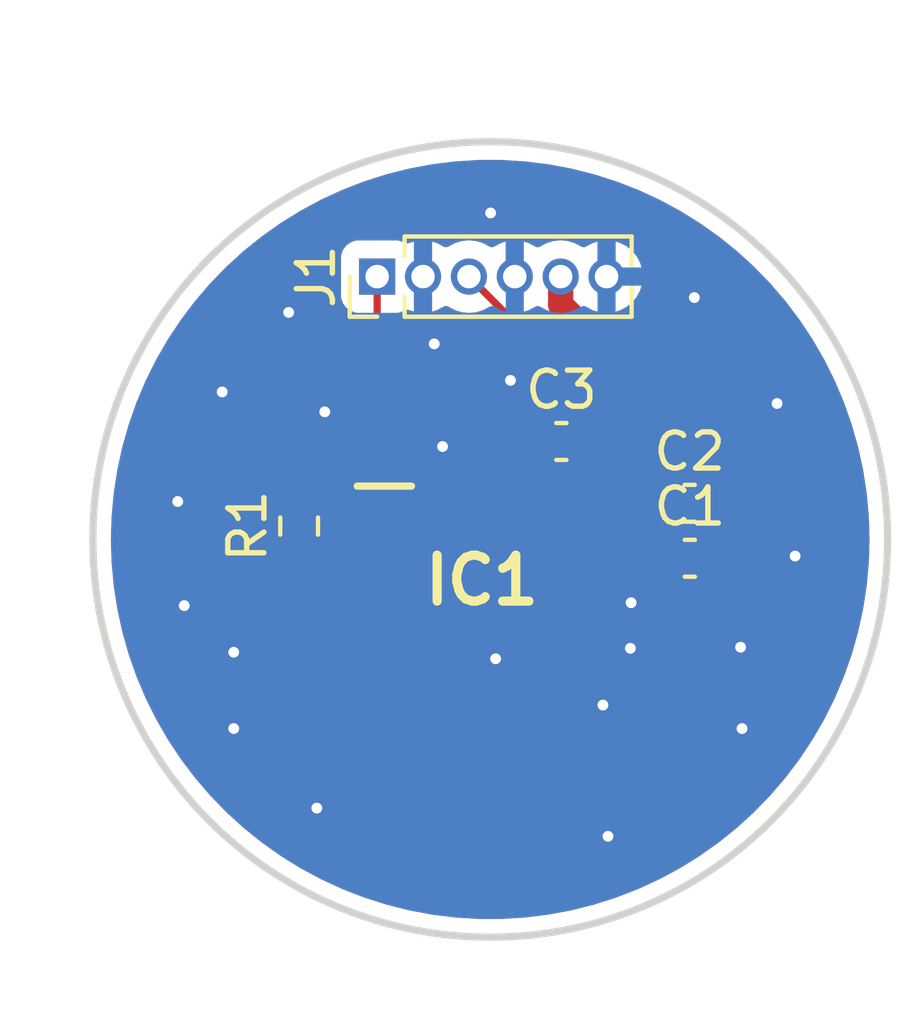
<source format=kicad_pcb>
(kicad_pcb (version 20240108) (generator "pcbnew") (generator_version "8.0")
  (layers (0 "F.Cu" signal) (31 "B.Cu" signal) (34 "B.Paste" user) (35 "F.Paste" user) (36 "B.SilkS" user "B.Silkscreen") (37 "F.SilkS" user "F.Silkscreen") (38 "B.Mask" user) (39 "F.Mask" user) (44 "Edge.Cuts" user))
  (net 0 "")
  (net 1 "+5VA")
  (net 2 "GND")
  (net 3 "EN1")
  (net 4 "/LDK")
  (net 5 "VCI")
  (net 7 "Net-(IC1-AGND1)")
  (footprint "Capacitor_SMD:C_0603_1608Metric" (layer "F.Cu") (at 139.695 62.48)
    (property "Reference" "C1" (at 0 -1.43 360) (layer "F.SilkS"))
    (property "Value" "1u")
    (fp_line (start -0.14058 -0.51) (end 0.14058 -0.51) (stroke (width 0.12)) (layer "F.SilkS"))
    (fp_line (start -0.14058 0.51) (end 0.14058 0.51) (stroke (width 0.12)) (layer "F.SilkS"))
    (pad "1" smd roundrect (at -0.775 0) (size 0.9 0.95) (layers "F.Cu" "F.Paste" "F.Mask") (net 1 "+5VA"))
    (pad "2" smd roundrect (at 0.775 0) (size 0.9 0.95) (layers "F.Cu" "F.Paste" "F.Mask") (net 2 "GND"))
  )
  (footprint "Connector_PinHeader_1.27mm:PinHeader_1x06_P1.27mm_Vertical" (layer "F.Cu") (at 131.04 54.69 90)
    (property "Reference" "J1" (at 0 -1.695 270) (layer "F.SilkS"))
    (property "Value" "Conn_01x06_Pin")
    (fp_line (start -1.11 -0.76) (end 0 -0.76) (stroke (width 0.12)) (layer "F.SilkS"))
    (fp_line (start -1.11 0) (end -1.11 -0.76) (stroke (width 0.12)) (layer "F.SilkS"))
    (fp_line (start 1.11 0.76) (end 1.11 7.045) (stroke (width 0.12)) (layer "F.SilkS"))
    (fp_line (start 0.563471 0.76) (end 1.11 0.76) (stroke (width 0.12)) (layer "F.SilkS"))
    (fp_line (start -1.11 0.76) (end -0.563471 0.76) (stroke (width 0.12)) (layer "F.SilkS"))
    (fp_line (start -1.11 0.76) (end -1.11 7.045) (stroke (width 0.12)) (layer "F.SilkS"))
    (fp_line (start 0.30753 7.045) (end 1.11 7.045) (stroke (width 0.12)) (layer "F.SilkS"))
    (fp_line (start -1.11 7.045) (end -0.30753 7.045) (stroke (width 0.12)) (layer "F.SilkS"))
    (pad "1" thru_hole rect (at 0 0 90) (size 1 1) (drill 0.65) (layers "*.Cu" "*.Mask") (net 3 "EN1"))
    (pad "2" thru_hole oval (at 0 1.27 90) (size 1 1) (drill 0.65) (layers "*.Cu" "*.Mask") (net 2 "GND"))
    (pad "3" thru_hole oval (at 0 2.54 90) (size 1 1) (drill 0.65) (layers "*.Cu" "*.Mask") (net 5 "VCI"))
    (pad "4" thru_hole oval (at 0 3.81 90) (size 1 1) (drill 0.65) (layers "*.Cu" "*.Mask") (net 2 "GND"))
    (pad "5" thru_hole oval (at 0 5.08 90) (size 1 1) (drill 0.65) (layers "*.Cu" "*.Mask") (net 1 "+5VA"))
    (pad "6" thru_hole oval (at 0 6.35 90) (size 1 1) (drill 0.65) (layers "*.Cu" "*.Mask") (net 2 "GND"))
  )
  (footprint "lib_fp:ams_belago1.1" (layer "F.Cu") (at 137.12 61.92)
    (property "Reference" "LD1" (hide yes))
    (property "Value" "D_Laser_1C2A" (hide yes))
    (fp_rect (start -1.995 5.54) (end -1.045 6.29) (fill solid) (layer "F.Cu"))
    (fp_rect (start -1.995 7.59) (end -1.045 8.34) (fill solid) (layer "F.Cu"))
    (fp_rect (start -1.66 5.04) (end -1.36 5.54) (fill solid) (layer "F.Cu"))
    (fp_rect (start -1.66 8.34) (end -1.36 8.84) (fill solid) (layer "F.Cu"))
    (pad "1" smd rect (at -4.66 6.91) (size 0.75 0.3) (layers "F.Cu" "F.Paste" "F.Mask") (net 4 "/LDK"))
    (pad "1" smd rect (at -3.27 6.94) (size 2.05 2.8) (layers "F.Cu" "F.Paste" "F.Mask") (net 4 "/LDK"))
    (pad "1" smd rect (at -3.265 5.285) (size 0.35 0.51) (layers "F.Cu" "F.Paste" "F.Mask") (net 4 "/LDK"))
    (pad "1" smd rect (at -3.25 8.59) (size 0.3 0.5) (layers "F.Cu" "F.Paste" "F.Mask") (net 4 "/LDK"))
    (pad "2" smd rect (at -1.52 6.94) (size 0.95 0.75) (layers "F.Cu" "F.Paste" "F.Mask") (net 1 "+5VA"))
    (pad "2" smd rect (at -0.79 6.935) (size 0.52 0.31) (layers "F.Cu" "F.Paste" "F.Mask") (net 1 "+5VA"))
  )
  (footprint "Capacitor_SMD:C_0603_1608Metric" (layer "F.Cu") (at 136.14 59.25)
    (property "Reference" "C3" (at 0 -1.43 0) (layer "F.SilkS"))
    (property "Value" "100n")
    (fp_line (start -0.14058 -0.51) (end 0.14058 -0.51) (stroke (width 0.12)) (layer "F.SilkS"))
    (fp_line (start -0.14058 0.51) (end 0.14058 0.51) (stroke (width 0.12)) (layer "F.SilkS"))
    (pad "1" smd roundrect (at -0.775 0) (size 0.9 0.95) (layers "F.Cu" "F.Paste" "F.Mask") (net 2 "GND"))
    (pad "2" smd roundrect (at 0.775 0) (size 0.9 0.95) (layers "F.Cu" "F.Paste" "F.Mask") (net 5 "VCI"))
  )
  (footprint "Resistor_SMD:R_0603_1608Metric" (layer "F.Cu") (at 128.88 61.59 90)
    (property "Reference" "R1" (at 0 -1.43 270) (layer "F.SilkS"))
    (property "Value" "0")
    (fp_line (start -0.237258 -0.5225) (end 0.237258 -0.5225) (stroke (width 0.12)) (layer "F.SilkS"))
    (fp_line (start -0.237258 0.5225) (end 0.237258 0.5225) (stroke (width 0.12)) (layer "F.SilkS"))
    (pad "1" smd roundrect (at -0.825 0 90) (size 0.8 0.95) (layers "F.Cu" "F.Paste" "F.Mask") (net 7 "Net-(IC1-AGND1)"))
    (pad "2" smd roundrect (at 0.825 0 90) (size 0.8 0.95) (layers "F.Cu" "F.Paste" "F.Mask") (net 2 "GND"))
  )
  (footprint "lib_fp:SOIC127P600X148-9N" (layer "F.Cu") (at 133.94 63.09)
    (property "Reference" "IC1" (at 0 0 0) (layer "F.SilkS") (effects (font (size 1.27 1.27) (thickness 0.254))))
    (property "Value" "IC-HKBSO8-TP" (hide yes))
    (fp_line (start -3.45 -2.605) (end -1.95 -2.605) (stroke (width 0.2)) (layer "F.SilkS"))
    (pad "1" smd rect (at -2.7 -1.905 90) (size 0.7 1.5) (layers "F.Cu" "F.Paste" "F.Mask") (net 3 "EN1"))
    (pad "2" smd rect (at -2.7 -0.635 90) (size 0.7 1.5) (layers "F.Cu" "F.Paste" "F.Mask") (net 7 "Net-(IC1-AGND1)"))
    (pad "3" smd rect (at -2.7 0.635 90) (size 0.7 1.5) (layers "F.Cu" "F.Paste" "F.Mask") (net 4 "/LDK"))
    (pad "4" smd rect (at -2.7 1.905 90) (size 0.7 1.5) (layers "F.Cu" "F.Paste" "F.Mask"))
    (pad "5" smd rect (at 2.7 1.905 90) (size 0.7 1.5) (layers "F.Cu" "F.Paste" "F.Mask") (net 2 "GND"))
    (pad "6" smd rect (at 2.7 0.635 90) (size 0.7 1.5) (layers "F.Cu" "F.Paste" "F.Mask") (net 2 "GND"))
    (pad "7" smd rect (at 2.7 -0.635 90) (size 0.7 1.5) (layers "F.Cu" "F.Paste" "F.Mask") (net 1 "+5VA"))
    (pad "8" smd rect (at 2.7 -1.905 90) (size 0.7 1.5) (layers "F.Cu" "F.Paste" "F.Mask") (net 5 "VCI"))
    (pad "9" smd rect (at 0 0) (size 2.29 2.29) (layers "F.Cu" "F.Paste" "F.Mask") (net 2 "GND"))
  )
  (footprint "Capacitor_SMD:C_0603_1608Metric" (layer "F.Cu") (at 139.69 60.96)
    (property "Reference" "C2" (at 0 -1.43 360) (layer "F.SilkS"))
    (property "Value" "100n")
    (fp_line (start -0.14058 -0.51) (end 0.14058 -0.51) (stroke (width 0.12)) (layer "F.SilkS"))
    (fp_line (start -0.14058 0.51) (end 0.14058 0.51) (stroke (width 0.12)) (layer "F.SilkS"))
    (pad "1" smd roundrect (at -0.775 0) (size 0.9 0.95) (layers "F.Cu" "F.Paste" "F.Mask") (net 1 "+5VA"))
    (pad "2" smd roundrect (at 0.775 0) (size 0.9 0.95) (layers "F.Cu" "F.Paste" "F.Mask") (net 2 "GND"))
  )
  (gr_circle (center 134.17 61.96) (end 145.17 61.96) (stroke (width 0.2)) (fill none) (layer "Edge.Cuts"))
  (segment (start 138.92 67.89) (end 137.96 68.85) (width 0.7) (layer "F.Cu") (net 1))
  (segment (start 136.12 55.47) (end 138.915 58.265) (width 0.7) (layer "F.Cu") (net 1))
  (segment (start 136.12 54.69) (end 136.12 55.47) (width 0.7) (layer "F.Cu") (net 1))
  (segment (start 138.92 62.48) (end 138.92 67.89) (width 0.7) (layer "F.Cu") (net 1))
  (segment (start 137.96 68.85) (end 137.58 68.85) (width 0.7) (layer "F.Cu") (net 1))
  (segment (start 136.665 62.48) (end 136.64 62.455) (width 0.7) (layer "F.Cu") (net 1))
  (segment (start 138.92 62.48) (end 136.665 62.48) (width 0.7) (layer "F.Cu") (net 1))
  (segment (start 138.92 62.48) (end 138.92 60.965) (width 0.7) (layer "F.Cu") (net 1))
  (segment (start 138.92 60.965) (end 138.915 60.96) (width 0.7) (layer "F.Cu") (net 1))
  (segment (start 137.57 68.86) (end 136.78 68.86) (width 0.7) (layer "F.Cu") (net 1))
  (segment (start 137.58 68.85) (end 137.57 68.86) (width 0.7) (layer "F.Cu") (net 1))
  (segment (start 138.915 58.265) (end 138.915 60.96) (width 0.7) (layer "F.Cu") (net 1))
  (segment (start 136.64 64.995) (end 138.025 64.995) (width 0.2) (layer "F.Cu") (net 2))
  (segment (start 138.025 64.995) (end 138.05 64.97) (width 0.2) (layer "F.Cu") (net 2))
  (segment (start 138.055 63.725) (end 138.07 63.71) (width 0.2) (layer "F.Cu") (net 2))
  (segment (start 136.64 63.725) (end 138.055 63.725) (width 0.2) (layer "F.Cu") (net 2))
  (via (at 142.61 62.42) (size 0.6) (drill 0.3) (layers "F.Cu" "B.Cu") (net 2))
  (via (at 141.1 64.94) (size 0.6) (drill 0.3) (layers "F.Cu" "B.Cu") (net 2))
  (via (at 138.07 63.71) (size 0.6) (drill 0.3) (layers "F.Cu" "B.Cu") (net 2))
  (via (at 127.07 65.08) (size 0.6) (drill 0.3) (layers "F.Cu" "B.Cu") (net 2))
  (via (at 129.59 58.43) (size 0.6) (drill 0.3) (layers "F.Cu" "B.Cu") (net 2))
  (via (at 129.37 69.39) (size 0.6) (drill 0.3) (layers "F.Cu" "B.Cu") (net 2))
  (via (at 128.59 55.68) (size 0.6) (drill 0.3) (layers "F.Cu" "B.Cu") (net 2))
  (via (at 134.18 52.93) (size 0.6) (drill 0.3) (layers "F.Cu" "B.Cu") (net 2))
  (via (at 132.85 59.39) (size 0.6) (drill 0.3) (layers "F.Cu" "B.Cu") (net 2))
  (via (at 138.05 64.97) (size 0.6) (drill 0.3) (layers "F.Cu" "B.Cu") (net 2))
  (via (at 139.82 55.27) (size 0.6) (drill 0.3) (layers "F.Cu" "B.Cu") (net 2))
  (via (at 134.73 57.56) (size 0.6) (drill 0.3) (layers "F.Cu" "B.Cu") (net 2))
  (via (at 137.29 66.54) (size 0.6) (drill 0.3) (layers "F.Cu" "B.Cu") (net 2))
  (via (at 125.52 60.91) (size 0.6) (drill 0.3) (layers "F.Cu" "B.Cu") (net 2))
  (via (at 132.62 56.55) (size 0.6) (drill 0.3) (layers "F.Cu" "B.Cu") (net 2))
  (via (at 137.43 70.17) (size 0.6) (drill 0.3) (layers "F.Cu" "B.Cu") (net 2))
  (via (at 141.14 67.19) (size 0.6) (drill 0.3) (layers "F.Cu" "B.Cu") (net 2))
  (via (at 127.07 67.19) (size 0.6) (drill 0.3) (layers "F.Cu" "B.Cu") (net 2))
  (via (at 134.32 65.26) (size 0.6) (drill 0.3) (layers "F.Cu" "B.Cu") (net 2))
  (via (at 125.7 63.79) (size 0.6) (drill 0.3) (layers "F.Cu" "B.Cu") (net 2))
  (via (at 142.11 58.2) (size 0.6) (drill 0.3) (layers "F.Cu" "B.Cu") (net 2))
  (via (at 126.75 57.88) (size 0.6) (drill 0.3) (layers "F.Cu" "B.Cu") (net 2))
  (segment (start 131.04 60.985) (end 131.24 61.185) (width 0.2) (layer "F.Cu") (net 3))
  (segment (start 131.04 54.69) (end 131.04 60.985) (width 0.2) (layer "F.Cu") (net 3))
  (segment (start 129.53 63.73) (end 128.82 64.44) (width 0.7) (layer "F.Cu") (net 4))
  (segment (start 133.54 66.59) (end 132.84 66.59) (width 0.7) (layer "F.Cu") (net 4))
  (segment (start 132.75 71.21) (end 133.48 71.21) (width 0.7) (layer "F.Cu") (net 4))
  (segment (start 133.855 66.905) (end 133.54 66.59) (width 0.7) (layer "F.Cu") (net 4))
  (segment (start 128.82 64.44) (end 128.82 65) (width 0.7) (layer "F.Cu") (net 4))
  (segment (start 131.79 67.97) (end 131.79 70.25) (width 0.7) (layer "F.Cu") (net 4))
  (segment (start 131.79 70.25) (end 132.75 71.21) (width 0.7) (layer "F.Cu") (net 4))
  (segment (start 132.84 66.59) (end 131.625 67.805) (width 0.7) (layer "F.Cu") (net 4))
  (segment (start 130.84 63.725) (end 130.835 63.73) (width 0.7) (layer "F.Cu") (net 4))
  (segment (start 133.48 71.21) (end 133.88 70.81) (width 0.7) (layer "F.Cu") (net 4))
  (segment (start 128.82 65) (end 131.79 67.97) (width 0.7) (layer "F.Cu") (net 4))
  (segment (start 131.24 63.725) (end 130.84 63.725) (width 0.7) (layer "F.Cu") (net 4))
  (segment (start 130.835 63.73) (end 129.53 63.73) (width 0.7) (layer "F.Cu") (net 4))
  (segment (start 136.915 58.155) (end 136.915 59.25) (width 0.2) (layer "F.Cu") (net 5))
  (segment (start 133.58 54.69) (end 136.86 57.97) (width 0.2) (layer "F.Cu") (net 5))
  (segment (start 136.64 59.525) (end 136.915 59.25) (width 0.2) (layer "F.Cu") (net 5))
  (segment (start 136.86 57.97) (end 136.86 58.1) (width 0.2) (layer "F.Cu") (net 5))
  (segment (start 136.86 58.1) (end 136.915 58.155) (width 0.2) (layer "F.Cu") (net 5))
  (segment (start 136.64 61.185) (end 136.64 59.525) (width 0.2) (layer "F.Cu") (net 5))
  (segment (start 131.24 62.455) (end 128.92 62.455) (width 0.2) (layer "F.Cu") (net 7))
  (segment (start 128.92 62.455) (end 128.88 62.415) (width 0.2) (layer "F.Cu") (net 7))
  (zone (net 2) (net_name "GND") (layers "F&B.Cu") (connect_pads (clearance 0.5)) (min_thickness 0.25) (fill yes (thermal_gap 0.5) (thermal_bridge_width 0.5))
    (polygon (pts (xy 145.89 47.34) (xy 145.55 74.11) (xy 120.6 75.38) (xy 120.75 47.04) (xy 142.73 47.18)))
  )
)
</source>
